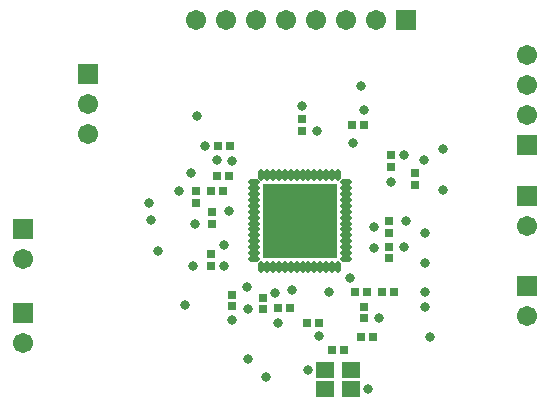
<source format=gts>
G04*
G04 #@! TF.GenerationSoftware,Altium Limited,Altium Designer,22.9.1 (49)*
G04*
G04 Layer_Color=8388736*
%FSLAX44Y44*%
%MOMM*%
G71*
G04*
G04 #@! TF.SameCoordinates,6EE49CCF-FBA3-4292-BD39-6277A7AF1302*
G04*
G04*
G04 #@! TF.FilePolarity,Negative*
G04*
G01*
G75*
%ADD20R,1.6032X1.4032*%
%ADD21R,0.7032X0.8032*%
%ADD22O,1.0032X0.4532*%
%ADD23O,0.4532X1.0032*%
%ADD24R,6.3032X6.3032*%
%ADD25R,0.8032X0.7032*%
%ADD26R,1.7032X1.7032*%
%ADD27C,1.7032*%
%ADD28R,1.7032X1.7032*%
%ADD29C,0.8382*%
%ADD30C,0.7032*%
D20*
X283210Y80770D02*
D03*
Y64770D02*
D03*
X305210D02*
D03*
Y80770D02*
D03*
D21*
X299640Y97790D02*
D03*
X289640D02*
D03*
X196770Y232410D02*
D03*
X186770D02*
D03*
X323770Y109220D02*
D03*
X313770D02*
D03*
X331550Y147320D02*
D03*
X341550D02*
D03*
X308690D02*
D03*
X318690D02*
D03*
X191850Y245110D02*
D03*
X201850D02*
D03*
X193120Y270510D02*
D03*
X203120D02*
D03*
X316150Y288290D02*
D03*
X306150D02*
D03*
X278050Y120650D02*
D03*
X268050D02*
D03*
X243920Y133350D02*
D03*
X253920D02*
D03*
D22*
X222990Y239870D02*
D03*
Y234870D02*
D03*
Y229870D02*
D03*
Y224870D02*
D03*
Y219870D02*
D03*
Y214870D02*
D03*
Y209870D02*
D03*
Y204870D02*
D03*
Y199870D02*
D03*
Y194870D02*
D03*
Y189870D02*
D03*
Y184870D02*
D03*
Y179870D02*
D03*
Y174870D02*
D03*
X300990D02*
D03*
Y179870D02*
D03*
Y184870D02*
D03*
Y189870D02*
D03*
Y194870D02*
D03*
Y199870D02*
D03*
Y204870D02*
D03*
Y209870D02*
D03*
Y214870D02*
D03*
Y219870D02*
D03*
Y224870D02*
D03*
Y229870D02*
D03*
Y234870D02*
D03*
Y239870D02*
D03*
D23*
X229490Y168370D02*
D03*
X234490D02*
D03*
X239490D02*
D03*
X244490D02*
D03*
X249490D02*
D03*
X254490D02*
D03*
X259490D02*
D03*
X264490D02*
D03*
X269490D02*
D03*
X274490D02*
D03*
X279490D02*
D03*
X284490D02*
D03*
X289490D02*
D03*
X294490D02*
D03*
Y246370D02*
D03*
X289490D02*
D03*
X284490D02*
D03*
X279490D02*
D03*
X274490D02*
D03*
X269490D02*
D03*
X264490D02*
D03*
X259490D02*
D03*
X254490D02*
D03*
X249490D02*
D03*
X244490D02*
D03*
X239490D02*
D03*
X234490D02*
D03*
X229490D02*
D03*
D24*
X261990Y207370D02*
D03*
D25*
X231140Y142160D02*
D03*
Y132160D02*
D03*
X204470Y134700D02*
D03*
Y144700D02*
D03*
X359410Y247570D02*
D03*
Y237570D02*
D03*
X339090Y262810D02*
D03*
Y252810D02*
D03*
X337820Y206930D02*
D03*
Y196930D02*
D03*
Y185340D02*
D03*
Y175340D02*
D03*
X316230Y124540D02*
D03*
Y134540D02*
D03*
X186690Y168990D02*
D03*
Y178990D02*
D03*
X187960Y204630D02*
D03*
Y214630D02*
D03*
X173990Y232330D02*
D03*
Y222330D02*
D03*
X264160Y293290D02*
D03*
Y283290D02*
D03*
D26*
X82550Y331470D02*
D03*
X454660Y152400D02*
D03*
Y228600D02*
D03*
X27940Y200660D02*
D03*
Y129540D02*
D03*
X454660Y271780D02*
D03*
D27*
X82550Y306070D02*
D03*
Y280670D02*
D03*
X454660Y127000D02*
D03*
Y203200D02*
D03*
X27940Y175260D02*
D03*
Y104140D02*
D03*
X326390Y377190D02*
D03*
X300990D02*
D03*
X275590D02*
D03*
X250190D02*
D03*
X224790D02*
D03*
X199390D02*
D03*
X173990D02*
D03*
X454660Y347980D02*
D03*
Y322580D02*
D03*
Y297180D02*
D03*
D28*
X351790Y377190D02*
D03*
D29*
X175260Y295910D02*
D03*
X313690Y321310D02*
D03*
X383540Y267970D02*
D03*
Y233680D02*
D03*
X368220Y196930D02*
D03*
X368300Y171450D02*
D03*
Y147320D02*
D03*
X368220Y134540D02*
D03*
X372110Y109220D02*
D03*
X233680Y74930D02*
D03*
X218440Y90170D02*
D03*
X165100Y135890D02*
D03*
X142240Y181610D02*
D03*
X135890Y208280D02*
D03*
X134700Y222330D02*
D03*
X264160Y304800D02*
D03*
X276780Y283290D02*
D03*
X181610Y270510D02*
D03*
X204470Y257810D02*
D03*
X316150Y300910D02*
D03*
X307340Y273050D02*
D03*
X198120Y186690D02*
D03*
X202170Y215792D02*
D03*
X173830Y204630D02*
D03*
X351710Y206930D02*
D03*
X198120Y168910D02*
D03*
X204470Y123190D02*
D03*
X367030Y259080D02*
D03*
X325120Y201930D02*
D03*
X339090Y240030D02*
D03*
X350440Y262810D02*
D03*
X325120Y184150D02*
D03*
X350440Y185340D02*
D03*
X287020Y147320D02*
D03*
X241300Y146050D02*
D03*
X255614Y149000D02*
D03*
X243920Y120730D02*
D03*
X218520Y132160D02*
D03*
X217170Y151130D02*
D03*
X268730Y80770D02*
D03*
X320040Y64770D02*
D03*
X278050Y109300D02*
D03*
X328850Y124540D02*
D03*
X304800Y158750D02*
D03*
X171530Y168990D02*
D03*
X160100Y232330D02*
D03*
X170180Y247650D02*
D03*
X191850Y259000D02*
D03*
D30*
X239990Y229370D02*
D03*
X250990D02*
D03*
X261990D02*
D03*
X272990D02*
D03*
X283990D02*
D03*
X239990Y218370D02*
D03*
X250990D02*
D03*
X261990D02*
D03*
X272990D02*
D03*
X283990D02*
D03*
X239990Y207370D02*
D03*
X250990D02*
D03*
X261990D02*
D03*
X272990D02*
D03*
X283990D02*
D03*
X239990Y196370D02*
D03*
X250990D02*
D03*
X261990D02*
D03*
X272990D02*
D03*
X283990D02*
D03*
X239990Y185370D02*
D03*
X250990D02*
D03*
X261990D02*
D03*
X272990D02*
D03*
X283990D02*
D03*
M02*

</source>
